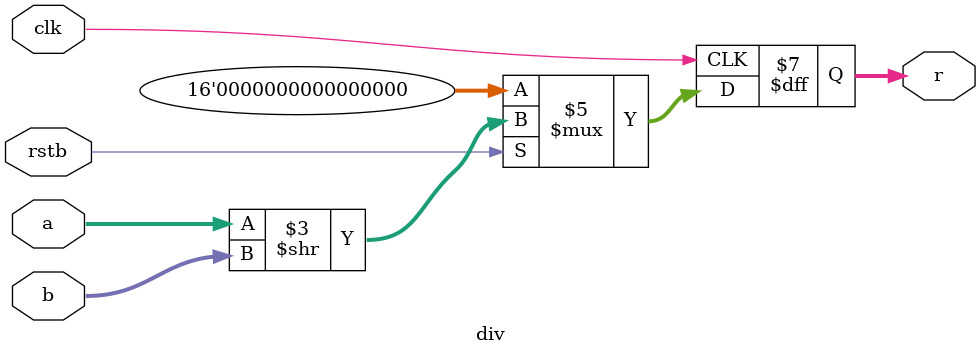
<source format=sv>

module div
  #(
    parameter IN_WL = 15,  // Input Integer part word length
    parameter OUT_WL = 16 // Output WL
    )
  (
    input wire rstb,  
    input wire clk,
    
    input wire [IN_WL-1:0] a,     // input 1
    input wire [IN_WL-1:0] b,     // input 2
    output logic [OUT_WL-1:0] r   // output result
  );
  
  always_ff@(posedge clk) begin: main_ff
    if(rstb == 1'b0)
      r <= '0;
    else begin
      r <= a >> b;
    end
  end: main_ff
endmodule: div

</source>
